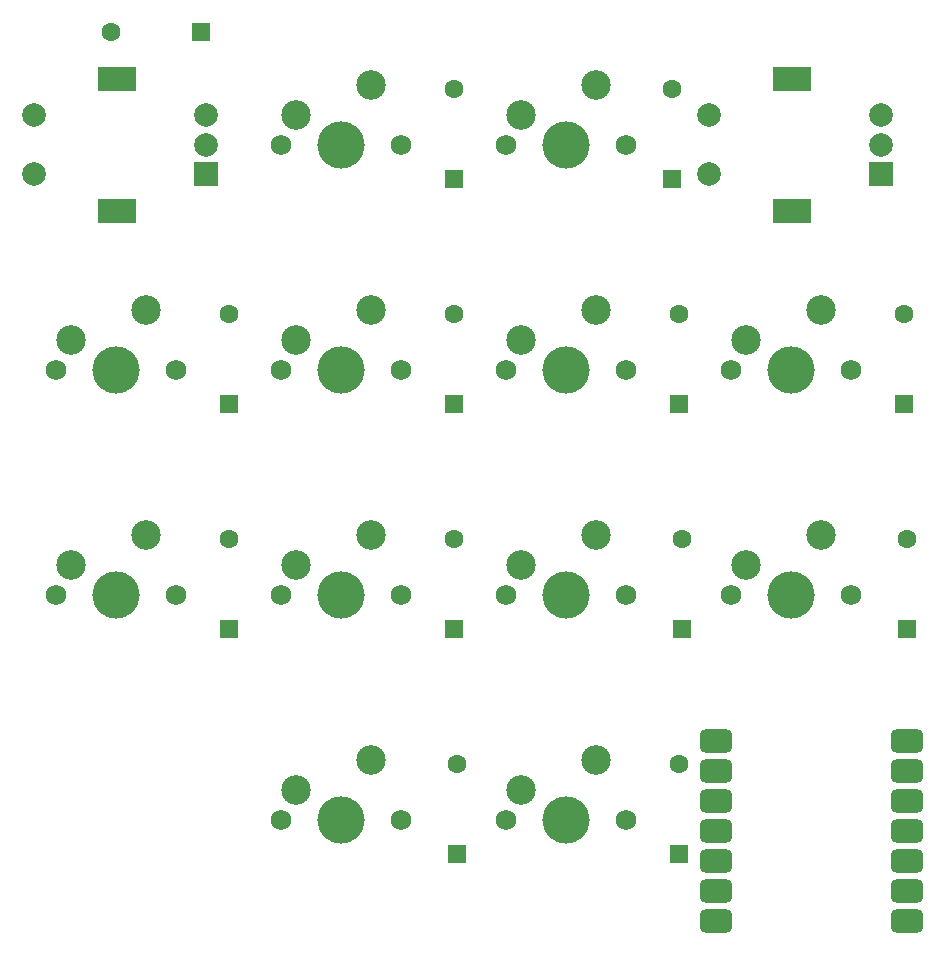
<source format=gbr>
%TF.GenerationSoftware,KiCad,Pcbnew,9.0.6*%
%TF.CreationDate,2025-12-28T20:47:28+01:00*%
%TF.ProjectId,Makropad_v1,4d616b72-6f70-4616-945f-76312e6b6963,rev?*%
%TF.SameCoordinates,Original*%
%TF.FileFunction,Soldermask,Top*%
%TF.FilePolarity,Negative*%
%FSLAX46Y46*%
G04 Gerber Fmt 4.6, Leading zero omitted, Abs format (unit mm)*
G04 Created by KiCad (PCBNEW 9.0.6) date 2025-12-28 20:47:28*
%MOMM*%
%LPD*%
G01*
G04 APERTURE LIST*
G04 Aperture macros list*
%AMRoundRect*
0 Rectangle with rounded corners*
0 $1 Rounding radius*
0 $2 $3 $4 $5 $6 $7 $8 $9 X,Y pos of 4 corners*
0 Add a 4 corners polygon primitive as box body*
4,1,4,$2,$3,$4,$5,$6,$7,$8,$9,$2,$3,0*
0 Add four circle primitives for the rounded corners*
1,1,$1+$1,$2,$3*
1,1,$1+$1,$4,$5*
1,1,$1+$1,$6,$7*
1,1,$1+$1,$8,$9*
0 Add four rect primitives between the rounded corners*
20,1,$1+$1,$2,$3,$4,$5,0*
20,1,$1+$1,$4,$5,$6,$7,0*
20,1,$1+$1,$6,$7,$8,$9,0*
20,1,$1+$1,$8,$9,$2,$3,0*%
G04 Aperture macros list end*
%ADD10R,2.000000X2.000000*%
%ADD11C,2.000000*%
%ADD12R,3.200000X2.000000*%
%ADD13C,1.750000*%
%ADD14C,4.000000*%
%ADD15C,2.500000*%
%ADD16RoundRect,0.500000X0.875000X0.500000X-0.875000X0.500000X-0.875000X-0.500000X0.875000X-0.500000X0*%
%ADD17R,1.600000X1.600000*%
%ADD18C,1.600000*%
%ADD19RoundRect,0.250000X0.550000X-0.550000X0.550000X0.550000X-0.550000X0.550000X-0.550000X-0.550000X0*%
%ADD20RoundRect,0.250000X0.550000X0.550000X-0.550000X0.550000X-0.550000X-0.550000X0.550000X-0.550000X0*%
G04 APERTURE END LIST*
D10*
%TO.C,SW1*%
X101865000Y-84740000D03*
D11*
X101865000Y-79740000D03*
X101865000Y-82240000D03*
D12*
X94365000Y-87840000D03*
X94365000Y-76640000D03*
D11*
X87365000Y-79740000D03*
X87365000Y-84740000D03*
%TD*%
D13*
%TO.C,S2*%
X51117500Y-82240000D03*
D14*
X56197500Y-82240000D03*
D13*
X61277500Y-82240000D03*
D15*
X52387500Y-79700000D03*
X58737500Y-77160000D03*
%TD*%
D13*
%TO.C,S14*%
X70167500Y-139390000D03*
D14*
X75247500Y-139390000D03*
D13*
X80327500Y-139390000D03*
D15*
X71437500Y-136850000D03*
X77787500Y-134310000D03*
%TD*%
D13*
%TO.C,S7*%
X70167500Y-101290000D03*
D14*
X75247500Y-101290000D03*
D13*
X80327500Y-101290000D03*
D15*
X71437500Y-98750000D03*
X77787500Y-96210000D03*
%TD*%
D13*
%TO.C,S8*%
X89217500Y-101290000D03*
D14*
X94297500Y-101290000D03*
D13*
X99377500Y-101290000D03*
D15*
X90487500Y-98750000D03*
X96837500Y-96210000D03*
%TD*%
D13*
%TO.C,S11*%
X51117500Y-120340000D03*
D14*
X56197500Y-120340000D03*
D13*
X61277500Y-120340000D03*
D15*
X52387500Y-117800000D03*
X58737500Y-115260000D03*
%TD*%
D13*
%TO.C,S15*%
X89217500Y-120340000D03*
D14*
X94297500Y-120340000D03*
D13*
X99377500Y-120340000D03*
D15*
X90487500Y-117800000D03*
X96837500Y-115260000D03*
%TD*%
D13*
%TO.C,S3*%
X70167500Y-82240000D03*
D14*
X75247500Y-82240000D03*
D13*
X80327500Y-82240000D03*
D15*
X71437500Y-79700000D03*
X77787500Y-77160000D03*
%TD*%
D13*
%TO.C,S6*%
X51117500Y-101290000D03*
D14*
X56197500Y-101290000D03*
D13*
X61277500Y-101290000D03*
D15*
X52387500Y-98750000D03*
X58737500Y-96210000D03*
%TD*%
D13*
%TO.C,S9*%
X32067500Y-120340000D03*
D14*
X37147500Y-120340000D03*
D13*
X42227500Y-120340000D03*
D15*
X33337500Y-117800000D03*
X39687500Y-115260000D03*
%TD*%
D13*
%TO.C,S5*%
X32067500Y-101290000D03*
D14*
X37147500Y-101290000D03*
D13*
X42227500Y-101290000D03*
D15*
X33337500Y-98750000D03*
X39687500Y-96210000D03*
%TD*%
D13*
%TO.C,S12*%
X51117500Y-139390000D03*
D14*
X56197500Y-139390000D03*
D13*
X61277500Y-139390000D03*
D15*
X52387500Y-136850000D03*
X58737500Y-134310000D03*
%TD*%
D16*
%TO.C,U1*%
X104108750Y-147985000D03*
D17*
X103663750Y-147985000D03*
D16*
X104108750Y-145445000D03*
D18*
X103663750Y-145445000D03*
D16*
X104108750Y-142905000D03*
D18*
X103663750Y-142905000D03*
D16*
X104108750Y-140365000D03*
D18*
X103663750Y-140365000D03*
D16*
X104108750Y-137825000D03*
D18*
X103663750Y-137825000D03*
D16*
X104108750Y-135285000D03*
D18*
X103663750Y-135285000D03*
D16*
X104108750Y-132745000D03*
D18*
X103663750Y-132745000D03*
X88423750Y-132745000D03*
D16*
X87943750Y-132745000D03*
D18*
X88423750Y-135285000D03*
D16*
X87943750Y-135285000D03*
D18*
X88423750Y-137825000D03*
D16*
X87943750Y-137825000D03*
D18*
X88423750Y-140365000D03*
D16*
X87943750Y-140365000D03*
D18*
X88423750Y-142905000D03*
D16*
X87943750Y-142905000D03*
D18*
X88423750Y-145445000D03*
D16*
X87943750Y-145445000D03*
D18*
X88423750Y-147985000D03*
D16*
X87943750Y-147985000D03*
%TD*%
D13*
%TO.C,S13*%
X70167500Y-120340000D03*
D14*
X75247500Y-120340000D03*
D13*
X80327500Y-120340000D03*
D15*
X71437500Y-117800000D03*
X77787500Y-115260000D03*
%TD*%
D10*
%TO.C,SW3*%
X44715000Y-84740000D03*
D11*
X44715000Y-79740000D03*
X44715000Y-82240000D03*
D12*
X37215000Y-87840000D03*
X37215000Y-76640000D03*
D11*
X30215000Y-79740000D03*
X30215000Y-84740000D03*
%TD*%
D19*
%TO.C,D13*%
X85090000Y-123197500D03*
D18*
X85090000Y-115577500D03*
%TD*%
D19*
%TO.C,D14*%
X84772500Y-142247500D03*
D18*
X84772500Y-134627500D03*
%TD*%
D19*
%TO.C,D6*%
X65722500Y-104147500D03*
D18*
X65722500Y-96527500D03*
%TD*%
D19*
%TO.C,D3*%
X84208750Y-85097500D03*
D18*
X84208750Y-77477500D03*
%TD*%
D19*
%TO.C,D9*%
X46672500Y-123197500D03*
D18*
X46672500Y-115577500D03*
%TD*%
D19*
%TO.C,D15*%
X104140000Y-123197500D03*
D18*
X104140000Y-115577500D03*
%TD*%
D19*
%TO.C,D2*%
X65722500Y-85097500D03*
D18*
X65722500Y-77477500D03*
%TD*%
D19*
%TO.C,D7*%
X84772500Y-104147500D03*
D18*
X84772500Y-96527500D03*
%TD*%
D19*
%TO.C,D8*%
X103822500Y-104147500D03*
D18*
X103822500Y-96527500D03*
%TD*%
D20*
%TO.C,D1*%
X44291250Y-72715000D03*
D18*
X36671250Y-72715000D03*
%TD*%
D19*
%TO.C,D5*%
X46672500Y-104147500D03*
D18*
X46672500Y-96527500D03*
%TD*%
D19*
%TO.C,D11*%
X65722500Y-123197500D03*
D18*
X65722500Y-115577500D03*
%TD*%
D19*
%TO.C,D12*%
X66040000Y-142247500D03*
D18*
X66040000Y-134627500D03*
%TD*%
M02*

</source>
